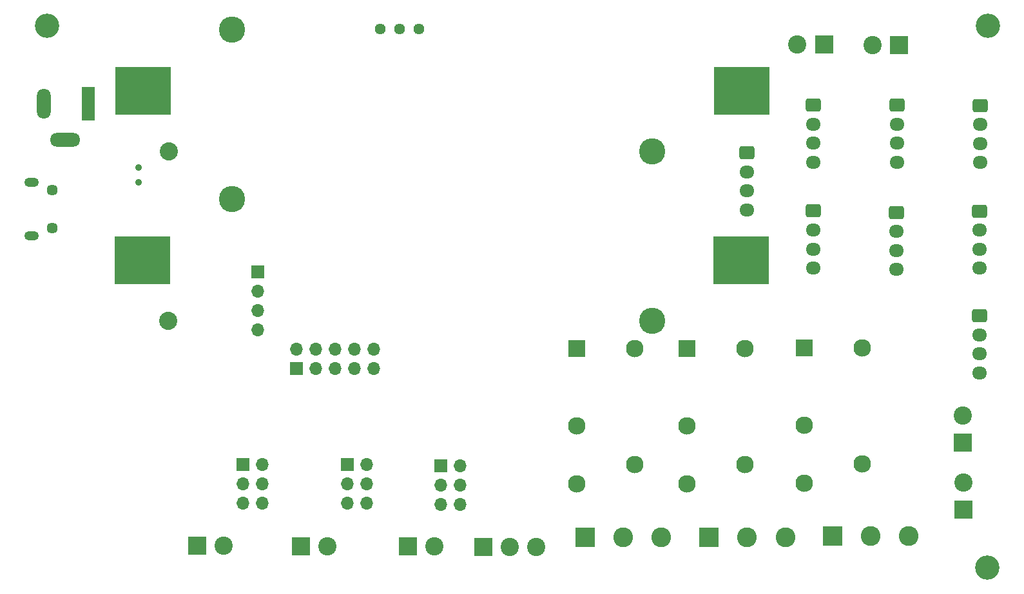
<source format=gbr>
G04 #@! TF.GenerationSoftware,KiCad,Pcbnew,7.0.2*
G04 #@! TF.CreationDate,2023-12-02T10:50:19+03:00*
G04 #@! TF.ProjectId,RpiPico_Agriboard,52706950-6963-46f5-9f41-677269626f61,rev?*
G04 #@! TF.SameCoordinates,Original*
G04 #@! TF.FileFunction,Soldermask,Bot*
G04 #@! TF.FilePolarity,Negative*
%FSLAX46Y46*%
G04 Gerber Fmt 4.6, Leading zero omitted, Abs format (unit mm)*
G04 Created by KiCad (PCBNEW 7.0.2) date 2023-12-02 10:50:19*
%MOMM*%
%LPD*%
G01*
G04 APERTURE LIST*
G04 Aperture macros list*
%AMRoundRect*
0 Rectangle with rounded corners*
0 $1 Rounding radius*
0 $2 $3 $4 $5 $6 $7 $8 $9 X,Y pos of 4 corners*
0 Add a 4 corners polygon primitive as box body*
4,1,4,$2,$3,$4,$5,$6,$7,$8,$9,$2,$3,0*
0 Add four circle primitives for the rounded corners*
1,1,$1+$1,$2,$3*
1,1,$1+$1,$4,$5*
1,1,$1+$1,$6,$7*
1,1,$1+$1,$8,$9*
0 Add four rect primitives between the rounded corners*
20,1,$1+$1,$2,$3,$4,$5,0*
20,1,$1+$1,$4,$5,$6,$7,0*
20,1,$1+$1,$6,$7,$8,$9,0*
20,1,$1+$1,$8,$9,$2,$3,0*%
G04 Aperture macros list end*
%ADD10R,2.400000X2.400000*%
%ADD11C,2.400000*%
%ADD12R,2.300000X2.300000*%
%ADD13C,2.300000*%
%ADD14R,1.700000X1.700000*%
%ADD15O,1.700000X1.700000*%
%ADD16O,1.900000X1.200000*%
%ADD17C,1.450000*%
%ADD18RoundRect,0.250000X-0.725000X0.600000X-0.725000X-0.600000X0.725000X-0.600000X0.725000X0.600000X0*%
%ADD19O,1.950000X1.700000*%
%ADD20R,2.600000X2.600000*%
%ADD21C,2.600000*%
%ADD22R,1.800000X4.400000*%
%ADD23O,1.800000X4.000000*%
%ADD24O,4.000000X1.800000*%
%ADD25C,3.200000*%
%ADD26C,1.440000*%
%ADD27C,2.390000*%
%ADD28C,3.450000*%
%ADD29R,7.340000X6.350000*%
%ADD30C,0.900000*%
G04 APERTURE END LIST*
D10*
X180100000Y-122100000D03*
D11*
X183600000Y-122100000D03*
X187100000Y-122100000D03*
D12*
X222290000Y-95900000D03*
D13*
X222290000Y-106060000D03*
X222290000Y-113680000D03*
X229910000Y-111140000D03*
X229910000Y-95900000D03*
D14*
X155570000Y-98600000D03*
D15*
X155570000Y-96060000D03*
X158110000Y-98600000D03*
X158110000Y-96060000D03*
X160650000Y-98600000D03*
X160650000Y-96060000D03*
X163190000Y-98600000D03*
X163190000Y-96060000D03*
X165730000Y-98600000D03*
X165730000Y-96060000D03*
D16*
X120787500Y-74175000D03*
D17*
X123487500Y-75175000D03*
X123487500Y-80175000D03*
D16*
X120787500Y-81175000D03*
D10*
X234750000Y-56100000D03*
D11*
X231250000Y-56100000D03*
D18*
X245350000Y-77950000D03*
D19*
X245350000Y-80450000D03*
X245350000Y-82950000D03*
X245350000Y-85450000D03*
D18*
X245425000Y-64075000D03*
D19*
X245425000Y-66575000D03*
X245425000Y-69075000D03*
X245425000Y-71575000D03*
D10*
X224900000Y-56025000D03*
D11*
X221400000Y-56025000D03*
D20*
X226000000Y-120662500D03*
D21*
X231000000Y-120662500D03*
X236000000Y-120662500D03*
D22*
X128200000Y-63800000D03*
D23*
X122400000Y-63800000D03*
D24*
X125200000Y-68600000D03*
D20*
X193500000Y-120800000D03*
D21*
X198500000Y-120800000D03*
X203500000Y-120800000D03*
D18*
X214800000Y-70300000D03*
D19*
X214800000Y-72800000D03*
X214800000Y-75300000D03*
X214800000Y-77800000D03*
D18*
X223475000Y-77925000D03*
D19*
X223475000Y-80425000D03*
X223475000Y-82925000D03*
X223475000Y-85425000D03*
D14*
X150500000Y-85900000D03*
D15*
X150500000Y-88440000D03*
X150500000Y-90980000D03*
X150500000Y-93520000D03*
D25*
X246400000Y-53600000D03*
D12*
X192400000Y-96037500D03*
D13*
X192400000Y-106197500D03*
X192400000Y-113817500D03*
X200020000Y-111277500D03*
X200020000Y-96037500D03*
D14*
X148560000Y-111260000D03*
D15*
X151100000Y-111260000D03*
X148560000Y-113800000D03*
X151100000Y-113800000D03*
X148560000Y-116340000D03*
X151100000Y-116340000D03*
D10*
X170200000Y-122000000D03*
D11*
X173700000Y-122000000D03*
D14*
X162310000Y-111260000D03*
D15*
X164850000Y-111260000D03*
X162310000Y-113800000D03*
X164850000Y-113800000D03*
X162310000Y-116340000D03*
X164850000Y-116340000D03*
D19*
X234475000Y-71525000D03*
X234475000Y-69025000D03*
X234475000Y-66525000D03*
D18*
X234475000Y-64025000D03*
X245300000Y-91700000D03*
D19*
X245300000Y-94200000D03*
X245300000Y-96700000D03*
X245300000Y-99200000D03*
D25*
X122800000Y-53600000D03*
D12*
X206900000Y-96025000D03*
D13*
X206900000Y-106185000D03*
X206900000Y-113805000D03*
X214520000Y-111265000D03*
X214520000Y-96025000D03*
D10*
X243200000Y-117150000D03*
D11*
X243200000Y-113650000D03*
D18*
X223500000Y-64000000D03*
D19*
X223500000Y-66500000D03*
X223500000Y-69000000D03*
X223500000Y-71500000D03*
D14*
X174557500Y-111375000D03*
D15*
X177097500Y-111375000D03*
X174557500Y-113915000D03*
X177097500Y-113915000D03*
X174557500Y-116455000D03*
X177097500Y-116455000D03*
D10*
X156150000Y-122025000D03*
D11*
X159650000Y-122025000D03*
D26*
X166585000Y-54000000D03*
X169125000Y-54000000D03*
X171665000Y-54000000D03*
D10*
X142550000Y-121900000D03*
D11*
X146050000Y-121900000D03*
D25*
X246300000Y-124800000D03*
D10*
X243150000Y-108325000D03*
D11*
X243150000Y-104825000D03*
D18*
X234400000Y-78100000D03*
D19*
X234400000Y-80600000D03*
X234400000Y-83100000D03*
X234400000Y-85600000D03*
D20*
X209800000Y-120787500D03*
D21*
X214800000Y-120787500D03*
X219800000Y-120787500D03*
D27*
X138770000Y-92400000D03*
D28*
X147100000Y-76400000D03*
X202300000Y-92400000D03*
D29*
X135370000Y-84400000D03*
X214030000Y-84400000D03*
X214060000Y-62100000D03*
X135400000Y-62100000D03*
D28*
X202330000Y-70100000D03*
X147130000Y-54100000D03*
D27*
X138800000Y-70100000D03*
D30*
X134800000Y-74200000D03*
X134800000Y-72200000D03*
M02*

</source>
